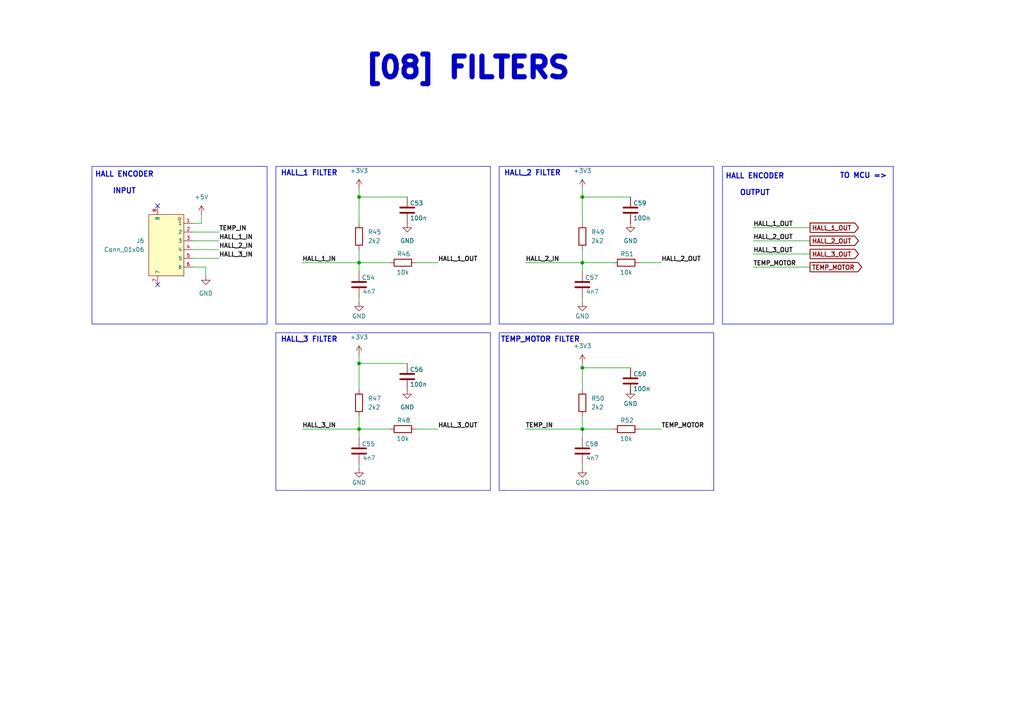
<source format=kicad_sch>
(kicad_sch (version 20231120) (generator "eeschema") (generator_version "8.0")
  (paper "A4")
  (title_block (title "Example Project") (date "2024-12-16") (rev "Rev01_1") (company "AKK Electronics") (comment 3 "aungkyawkhaing96.ece@gmail.com") (comment 4 "Aung Kyaw Khaing"))
  (lib_symbols
    (symbol "Conn_1x6:S6B-XH-SM4-TB(LF)(SN)"
      (property "Reference" "J" (at 0 1.27 0))
      (property "Value" "Conn_01x06" (at 0 -2.54 0))
      (symbol "S6B-XH-SM4-TB(LF)(SN)_0_1"
        (rectangle (start -2.54 10.16) (end 7.62 -7.62) (fill (type background)))
        (circle (center -1.27 8.89) (radius 0.381) (fill (type background)))
        (pin unspecified line (at -5.08 7.62 0) (length 2.54) (name "1") (number "1"))
        (pin unspecified line (at -5.08 5.08 0) (length 2.54) (name "2") (number "2"))
        (pin unspecified line (at -5.08 2.54 0) (length 2.54) (name "3") (number "3"))
        (pin unspecified line (at -5.08 0 0) (length 2.54) (name "4") (number "4"))
        (pin unspecified line (at -5.08 -2.54 0) (length 2.54) (name "5") (number "5"))
        (pin unspecified line (at -5.08 -5.08 0) (length 2.54) (name "6") (number "6"))
        (pin unspecified line (at 5.08 -10.16 90) (length 2.54) (name "7") (number "7"))
        (pin unspecified line (at 5.08 12.7 270) (length 2.54) (name "8") (number "8"))
      )
    )
    (symbol "Device:C" (pin_numbers hide) (pin_names (offset 0.254))
      (property "Reference" "C" (at 0.635 2.54 0))
      (property "Value" "C" (at 0.635 -2.54 0))
      (symbol "C_0_1"
        (polyline (pts (xy -2.032 -0.762) (xy 2.032 -0.762)) (stroke (width 0.508)))
        (polyline (pts (xy -2.032 0.762) (xy 2.032 0.762)) (stroke (width 0.508)))
      )
      (symbol "C_1_1"
        (pin passive line (at 0 3.81 270) (length 2.794) (name "~") (number "1"))
        (pin passive line (at 0 -3.81 90) (length 2.794) (name "~") (number "2"))
      )
    )
    (symbol "Device:R" (pin_numbers hide) (pin_names (offset 0))
      (property "Reference" "R" (at 2.032 0 90))
      (property "Value" "R" (at 0 0 90))
      (symbol "R_0_1"
        (rectangle (start -1.016 -2.54) (end 1.016 2.54) (stroke (width 0.254)))
      )
      (symbol "R_1_1"
        (pin passive line (at 0 3.81 270) (length 1.27) (name "~") (number "1"))
        (pin passive line (at 0 -3.81 90) (length 1.27) (name "~") (number "2"))
      )
    )
    (symbol "power:+3V3" (power) (pin_numbers hide) (pin_names (offset 0) hide)
      (property "Value" "+3V3" (at 0 3.556 0))
      (symbol "+3V3_0_1"
        (polyline (pts (xy -0.762 1.27) (xy 0 2.54)))
        (polyline (pts (xy 0 0) (xy 0 2.54)))
        (polyline (pts (xy 0 2.54) (xy 0.762 1.27)))
      )
      (symbol "+3V3_1_1"
        (pin power_in line (at 0 0 90) (length 0) (name "~") (number "1"))
      )
    )
    (symbol "power:+5V" (power) (pin_numbers hide) (pin_names (offset 0) hide)
      (property "Value" "+5V" (at 0 3.556 0))
      (symbol "+5V_0_1"
        (polyline (pts (xy -0.762 1.27) (xy 0 2.54)))
        (polyline (pts (xy 0 0) (xy 0 2.54)))
        (polyline (pts (xy 0 2.54) (xy 0.762 1.27)))
      )
      (symbol "+5V_1_1"
        (pin power_in line (at 0 0 90) (length 0) (name "~") (number "1"))
      )
    )
    (symbol "power:GND" (power) (pin_numbers hide) (pin_names (offset 0) hide)
      (property "Value" "GND" (at 0 -3.81 0))
      (symbol "GND_0_1"
        (polyline (pts (xy 0 0) (xy 0 -1.27) (xy 1.27 -1.27) (xy 0 -2.54) (xy -1.27 -1.27) (xy 0 -1.27)))
      )
      (symbol "GND_1_1"
        (pin power_in line (at 0 0 270) (length 0) (name "~") (number "1"))
      )
    )
  )
  (junction (at 104.14 124.46))
  (junction (at 168.91 76.2))
  (junction (at 168.91 124.46))
  (junction (at 104.14 105.41))
  (junction (at 104.14 57.15))
  (junction (at 104.14 76.2))
  (junction (at 168.91 57.15))
  (junction (at 168.91 106.68))
  (no_connect (at 45.72 82.55))
  (no_connect (at 45.72 59.69))
  (wire (pts (xy 59.69 77.47) (xy 59.69 80.01)))
  (wire (pts (xy 182.88 114.3) (xy 182.88 113.03)))
  (wire (pts (xy 104.14 76.2) (xy 113.03 76.2)))
  (wire (pts (xy 234.95 77.47) (xy 218.44 77.47)))
  (wire (pts (xy 104.14 124.46) (xy 113.03 124.46)))
  (wire (pts (xy 234.95 66.04) (xy 218.44 66.04)))
  (wire (pts (xy 63.5 67.31) (xy 55.88 67.31)))
  (wire (pts (xy 104.14 105.41) (xy 104.14 113.03)))
  (wire (pts (xy 168.91 120.65) (xy 168.91 124.46)))
  (wire (pts (xy 58.42 64.77) (xy 55.88 64.77)))
  (wire (pts (xy 87.63 76.2) (xy 104.14 76.2)))
  (wire (pts (xy 168.91 57.15) (xy 182.88 57.15)))
  (wire (pts (xy 152.4 124.46) (xy 168.91 124.46)))
  (wire (pts (xy 63.5 72.39) (xy 55.88 72.39)))
  (wire (pts (xy 168.91 72.39) (xy 168.91 76.2)))
  (wire (pts (xy 104.14 76.2) (xy 104.14 78.74)))
  (wire (pts (xy 104.14 57.15) (xy 104.14 64.77)))
  (wire (pts (xy 104.14 124.46) (xy 104.14 127)))
  (wire (pts (xy 104.14 105.41) (xy 118.11 105.41)))
  (wire (pts (xy 58.42 62.23) (xy 58.42 64.77)))
  (wire (pts (xy 234.95 73.66) (xy 218.44 73.66)))
  (wire (pts (xy 168.91 124.46) (xy 168.91 127)))
  (wire (pts (xy 168.91 76.2) (xy 177.8 76.2)))
  (wire (pts (xy 63.5 74.93) (xy 55.88 74.93)))
  (wire (pts (xy 234.95 69.85) (xy 218.44 69.85)))
  (wire (pts (xy 185.42 124.46) (xy 191.77 124.46)))
  (wire (pts (xy 104.14 102.87) (xy 104.14 105.41)))
  (wire (pts (xy 168.91 124.46) (xy 177.8 124.46)))
  (wire (pts (xy 168.91 135.89) (xy 168.91 134.62)))
  (wire (pts (xy 168.91 54.61) (xy 168.91 57.15)))
  (wire (pts (xy 152.4 76.2) (xy 168.91 76.2)))
  (wire (pts (xy 120.65 76.2) (xy 127 76.2)))
  (wire (pts (xy 168.91 87.63) (xy 168.91 86.36)))
  (wire (pts (xy 87.63 124.46) (xy 104.14 124.46)))
  (wire (pts (xy 168.91 106.68) (xy 182.88 106.68)))
  (wire (pts (xy 185.42 76.2) (xy 191.77 76.2)))
  (wire (pts (xy 104.14 72.39) (xy 104.14 76.2)))
  (wire (pts (xy 120.65 124.46) (xy 127 124.46)))
  (wire (pts (xy 168.91 106.68) (xy 168.91 113.03)))
  (wire (pts (xy 104.14 135.89) (xy 104.14 134.62)))
  (wire (pts (xy 104.14 87.63) (xy 104.14 86.36)))
  (wire (pts (xy 168.91 76.2) (xy 168.91 78.74)))
  (wire (pts (xy 104.14 120.65) (xy 104.14 124.46)))
  (wire (pts (xy 168.91 57.15) (xy 168.91 64.77)))
  (wire (pts (xy 168.91 105.41) (xy 168.91 106.68)))
  (wire (pts (xy 55.88 77.47) (xy 59.69 77.47)))
  (wire (pts (xy 63.5 69.85) (xy 55.88 69.85)))
  (wire (pts (xy 104.14 54.61) (xy 104.14 57.15)))
  (wire (pts (xy 104.14 57.15) (xy 118.11 57.15)))
  (rectangle (start 144.78 96.52) (end 207.01 142.24))
  (rectangle (start 26.67 48.26) (end 77.47 93.98))
  (rectangle (start 80.01 48.26) (end 142.24 93.98))
  (rectangle (start 80.01 96.52) (end 142.24 142.24))
  (rectangle (start 209.55 48.26) (end 259.08 93.98))
  (rectangle (start 144.78 48.26) (end 207.01 93.98))
  (text "HALL_2 FILTER" (at 154.432 50.292 0) (effects (font (size 1.5 1.5) (bold yes))))
  (text "HALL ENCODER\n\nOUTPUT" (at 218.948 53.594 0) (effects (font (size 1.5 1.5) (bold yes))))
  (text "TEMP_MOTOR FILTER" (at 156.718 98.552 0) (effects (font (size 1.5 1.5) (bold yes))))
  (text "HALL ENCODER\n\nINPUT" (at 36.068 53.086 0) (effects (font (size 1.5 1.5) (bold yes))))
  (text "[08] FILTERS\n" (at 135.636 19.812 0) (effects (font (size 6 6) (thickness 1.6) (bold yes))))
  (text "HALL_3 FILTER" (at 89.662 98.552 0) (effects (font (size 1.5 1.5) (bold yes))))
  (text "HALL_1 FILTER" (at 89.662 50.292 0) (effects (font (size 1.5 1.5) (bold yes))))
  (text "TO MCU =>" (at 250.444 51.054 0) (effects (font (size 1.5 1.5) (bold yes))))
  (label "HALL_1_IN" (at 87.63 76.2 0) (effects (font (bold yes))))
  (label "TEMP_MOTOR" (at 191.77 124.46 0) (effects (font (bold yes))))
  (label "HALL_1_OUT" (at 218.44 66.04 0) (effects (font (bold yes))))
  (label "HALL_1_IN" (at 63.5 69.85 0) (effects (font (bold yes))))
  (label "HALL_3_IN" (at 63.5 74.93 0) (effects (font (bold yes))))
  (label "HALL_2_IN" (at 152.4 76.2 0) (effects (font (bold yes))))
  (label "HALL_3_OUT" (at 218.44 73.66 0) (effects (font (bold yes))))
  (label "TEMP_IN" (at 152.4 124.46 0) (effects (font (bold yes))))
  (label "HALL_3_OUT" (at 127 124.46 0) (effects (font (bold yes))))
  (label "HALL_3_IN" (at 87.63 124.46 0) (effects (font (bold yes))))
  (label "TEMP_MOTOR" (at 218.44 77.47 0) (effects (font (bold yes))))
  (label "HALL_2_OUT" (at 191.77 76.2 0) (effects (font (bold yes))))
  (label "HALL_2_IN" (at 63.5 72.39 0) (effects (font (bold yes))))
  (label "HALL_1_OUT" (at 127 76.2 0) (effects (font (bold yes))))
  (label "HALL_2_OUT" (at 218.44 69.85 0) (effects (font (bold yes))))
  (label "TEMP_IN" (at 63.5 67.31 0) (effects (font (bold yes))))
  (global_label "TEMP_MOTOR" (shape output) (at 234.95 77.47 0) (effects (font (bold yes))) (property "Intersheetrefs" "${INTERSHEET_REFS}" (effects (hide yes))))
  (global_label "HALL_2_OUT" (shape output) (at 234.95 69.85 0) (effects (font (bold yes))) (property "Intersheetrefs" "${INTERSHEET_REFS}" (effects (hide yes))))
  (global_label "HALL_3_OUT" (shape output) (at 234.95 73.66 0) (effects (font (bold yes))) (property "Intersheetrefs" "${INTERSHEET_REFS}" (effects (hide yes))))
  (global_label "HALL_1_OUT" (shape output) (at 234.95 66.04 0) (effects (font (bold yes))) (property "Intersheetrefs" "${INTERSHEET_REFS}" (effects (hide yes))))
  (symbol (lib_id "power:GND") (at 104.14 87.63 0) (unit 1)
    (property "Reference" "#PWR080" (effects (hide yes)))
    (property "Value" "GND" (at 104.14 91.694 0))
    (property "Description" "Power symbol creates a global label with name \"GND\" , ground" (effects (hide yes)))
  )
  (symbol (lib_id "Device:R") (at 181.61 76.2 90) (unit 1)
    (property "Reference" "R51" (at 181.864 73.66 90))
    (property "Value" "10k" (at 181.61 78.994 90))
    (property "Description" "Resistor" (effects (hide yes)))
  )
  (symbol (lib_id "Device:C") (at 118.11 109.22 0) (unit 1)
    (property "Reference" "C56" (at 118.872 107.188 0) (effects (justify left)))
    (property "Value" "100n" (at 118.872 111.506 0) (effects (justify left)))
    (property "Description" "Unpolarized capacitor" (effects (hide yes)))
  )
  (symbol (lib_id "Device:R") (at 104.14 68.58 0) (unit 1)
    (property "Reference" "R45" (at 106.68 67.3099 0) (effects (justify left)))
    (property "Value" "2k2" (at 106.68 69.8499 0) (effects (justify left)))
    (property "Description" "Resistor" (effects (hide yes)))
  )
  (symbol (lib_id "Device:R") (at 116.84 76.2 90) (unit 1)
    (property "Reference" "R46" (at 117.094 73.66 90))
    (property "Value" "10k" (at 116.84 78.994 90))
    (property "Description" "Resistor" (effects (hide yes)))
  )
  (symbol (lib_id "Device:C") (at 168.91 130.81 0) (unit 1)
    (property "Reference" "C58" (at 169.672 128.778 0) (effects (justify left)))
    (property "Value" "4n7" (at 169.926 132.842 0) (effects (justify left)))
    (property "Description" "Unpolarized capacitor" (effects (hide yes)))
  )
  (symbol (lib_id "power:+3V3") (at 168.91 105.41 0) (unit 1)
    (property "Reference" "#PWR087" (effects (hide yes)))
    (property "Value" "+3V3" (at 168.91 100.33 0))
    (property "Description" "Power symbol creates a global label with name \"+3V3\"" (effects (hide yes)))
  )
  (symbol (lib_id "Conn_1x6:S6B-XH-SM4-TB(LF)(SN)") (at 50.8 72.39 0) (mirror y) (unit 1)
    (property "Reference" "J6" (at 41.91 69.8499 0) (effects (justify left)))
    (property "Value" "Conn_01x06" (at 41.91 72.3899 0) (effects (justify left)))
    (property "Footprint" "Conn1x6_footprint_lib:CONN-SMD_S6B-XH-SM4-TB-LF-SN" (effects (hide yes)))
    (property "Datasheet" "https://atta.szlcsc.com/upload/public/pdf/source/20180829/C191914_CF07A40963D925B3D86855552B2C46AC.pdf" (effects (hide yes)))
    (property "LCSC" "C191914" (effects (hide yes)))
  )
  (symbol (lib_id "power:+5V") (at 58.42 62.23 0) (unit 1)
    (property "Reference" "#PWR077" (effects (hide yes)))
    (property "Value" "+5V" (at 58.42 57.15 0))
    (property "Description" "Power symbol creates a global label with name \"+5V\"" (effects (hide yes)))
  )
  (symbol (lib_id "Device:R") (at 116.84 124.46 90) (unit 1)
    (property "Reference" "R48" (at 117.094 121.92 90))
    (property "Value" "10k" (at 116.84 127.254 90))
    (property "Description" "Resistor" (effects (hide yes)))
  )
  (symbol (lib_id "Device:C") (at 182.88 60.96 0) (unit 1)
    (property "Reference" "C59" (at 183.642 58.928 0) (effects (justify left)))
    (property "Value" "100n" (at 183.642 63.246 0) (effects (justify left)))
    (property "Description" "Unpolarized capacitor" (effects (hide yes)))
  )
  (symbol (lib_id "power:GND") (at 118.11 64.77 0) (unit 1)
    (property "Reference" "#PWR081" (effects (hide yes)))
    (property "Value" "GND" (at 118.11 69.85 0))
    (property "Description" "Power symbol creates a global label with name \"GND\" , ground" (effects (hide yes)))
  )
  (symbol (lib_id "Device:C") (at 182.88 110.49 0) (unit 1)
    (property "Reference" "C60" (at 183.642 108.458 0) (effects (justify left)))
    (property "Value" "100n" (at 183.642 112.776 0) (effects (justify left)))
    (property "Description" "Unpolarized capacitor" (effects (hide yes)))
  )
  (symbol (lib_id "power:GND") (at 104.14 135.89 0) (unit 1)
    (property "Reference" "#PWR083" (effects (hide yes)))
    (property "Value" "GND" (at 104.14 139.954 0))
    (property "Description" "Power symbol creates a global label with name \"GND\" , ground" (effects (hide yes)))
  )
  (symbol (lib_id "Device:R") (at 168.91 68.58 0) (unit 1)
    (property "Reference" "R49" (at 171.45 67.3099 0) (effects (justify left)))
    (property "Value" "2k2" (at 171.45 69.8499 0) (effects (justify left)))
    (property "Description" "Resistor" (effects (hide yes)))
  )
  (symbol (lib_id "Device:R") (at 181.61 124.46 90) (unit 1)
    (property "Reference" "R52" (at 181.864 121.92 90))
    (property "Value" "10k" (at 181.61 127.254 90))
    (property "Description" "Resistor" (effects (hide yes)))
  )
  (symbol (lib_id "Device:C") (at 118.11 60.96 0) (unit 1)
    (property "Reference" "C53" (at 118.872 58.928 0) (effects (justify left)))
    (property "Value" "100n" (at 118.872 63.246 0) (effects (justify left)))
    (property "Description" "Unpolarized capacitor" (effects (hide yes)))
  )
  (symbol (lib_id "power:GND") (at 168.91 135.89 0) (unit 1)
    (property "Reference" "#PWR088" (effects (hide yes)))
    (property "Value" "GND" (at 168.91 139.954 0))
    (property "Description" "Power symbol creates a global label with name \"GND\" , ground" (effects (hide yes)))
  )
  (symbol (lib_id "Device:R") (at 104.14 116.84 0) (unit 1)
    (property "Reference" "R47" (at 106.68 115.5699 0) (effects (justify left)))
    (property "Value" "2k2" (at 106.68 118.1099 0) (effects (justify left)))
    (property "Description" "Resistor" (effects (hide yes)))
  )
  (symbol (lib_id "power:GND") (at 168.91 87.63 0) (unit 1)
    (property "Reference" "#PWR086" (effects (hide yes)))
    (property "Value" "GND" (at 168.91 91.694 0))
    (property "Description" "Power symbol creates a global label with name \"GND\" , ground" (effects (hide yes)))
  )
  (symbol (lib_id "Device:C") (at 104.14 130.81 0) (unit 1)
    (property "Reference" "C55" (at 104.902 128.778 0) (effects (justify left)))
    (property "Value" "4n7" (at 105.156 132.842 0) (effects (justify left)))
    (property "Description" "Unpolarized capacitor" (effects (hide yes)))
  )
  (symbol (lib_id "power:GND") (at 182.88 64.77 0) (unit 1)
    (property "Reference" "#PWR089" (effects (hide yes)))
    (property "Value" "GND" (at 182.88 69.85 0))
    (property "Description" "Power symbol creates a global label with name \"GND\" , ground" (effects (hide yes)))
  )
  (symbol (lib_id "Device:C") (at 104.14 82.55 0) (unit 1)
    (property "Reference" "C54" (at 104.902 80.518 0) (effects (justify left)))
    (property "Value" "4n7" (at 105.156 84.582 0) (effects (justify left)))
    (property "Description" "Unpolarized capacitor" (effects (hide yes)))
  )
  (symbol (lib_id "Device:R") (at 168.91 116.84 0) (unit 1)
    (property "Reference" "R50" (at 171.45 115.5699 0) (effects (justify left)))
    (property "Value" "2k2" (at 171.45 118.1099 0) (effects (justify left)))
    (property "Description" "Resistor" (effects (hide yes)))
  )
  (symbol (lib_id "power:GND") (at 182.88 113.03 0) (unit 1)
    (property "Reference" "#PWR090" (effects (hide yes)))
    (property "Value" "GND" (at 182.88 117.094 0))
    (property "Description" "Power symbol creates a global label with name \"GND\" , ground" (effects (hide yes)))
  )
  (symbol (lib_id "power:+3V3") (at 104.14 102.87 0) (unit 1)
    (property "Reference" "#PWR082" (effects (hide yes)))
    (property "Value" "+3V3" (at 104.14 97.79 0))
    (property "Description" "Power symbol creates a global label with name \"+3V3\"" (effects (hide yes)))
  )
  (symbol (lib_id "Device:C") (at 168.91 82.55 0) (unit 1)
    (property "Reference" "C57" (at 169.672 80.518 0) (effects (justify left)))
    (property "Value" "4n7" (at 169.926 84.582 0) (effects (justify left)))
    (property "Description" "Unpolarized capacitor" (effects (hide yes)))
  )
  (symbol (lib_id "power:+3V3") (at 168.91 54.61 0) (unit 1)
    (property "Reference" "#PWR085" (effects (hide yes)))
    (property "Value" "+3V3" (at 168.91 49.53 0))
    (property "Description" "Power symbol creates a global label with name \"+3V3\"" (effects (hide yes)))
  )
  (symbol (lib_id "power:GND") (at 118.11 113.03 0) (unit 1)
    (property "Reference" "#PWR084" (effects (hide yes)))
    (property "Value" "GND" (at 118.11 118.11 0))
    (property "Description" "Power symbol creates a global label with name \"GND\" , ground" (effects (hide yes)))
  )
  (symbol (lib_id "power:GND") (at 59.69 80.01 0) (unit 1)
    (property "Reference" "#PWR078" (effects (hide yes)))
    (property "Value" "GND" (at 59.69 85.09 0))
    (property "Description" "Power symbol creates a global label with name \"GND\" , ground" (effects (hide yes)))
  )
  (symbol (lib_id "power:+3V3") (at 104.14 54.61 0) (unit 1)
    (property "Reference" "#PWR079" (effects (hide yes)))
    (property "Value" "+3V3" (at 104.14 49.53 0))
    (property "Description" "Power symbol creates a global label with name \"+3V3\"" (effects (hide yes)))
  )
)
</source>
